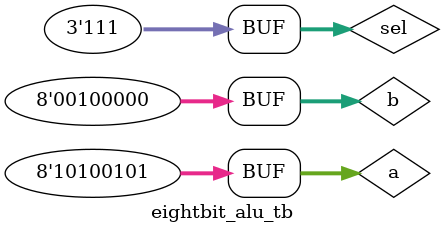
<source format=v>
module eightbit_alu(input[7:0] a, input[7:0] b, input[2:0] sel, output[7:0] f, output ovf, output take_branch);
	reg[7:0] f;
	reg ovf, take_branch;
	always @ (a, b, sel)
		case (sel)
			0: begin
				f=a+b; 
				ovf=(a[7]^f[7])&(b[7]^f[7]);
				take_branch=0;
			end
			1: begin
				f=~b;
				ovf=0;
				take_branch=0;
			end
                        2: begin
                                f=a&b;
                                ovf=0;
				take_branch=0;
                        end
                        3: begin
                                f=a|b;
                                ovf=0;
				take_branch=0;
                        end
                        4: begin
                                f= a>>>1;
                                ovf=0;
				take_branch=0;
                        end
                        5: begin
                                f= a<<1;
                                ovf=0;
				take_branch=0;
                        end
                        6: begin
                                f=0;
                                ovf=0;
				take_branch = (a==b) ? 1 : 0;
                        end
                        7: begin
                                f=0;
                                ovf=0;
				take_branch = (a==b) ? 0 : 1;
                        end
		endcase
endmodule

module eightbit_alu_tb;
	reg[7:0] a, b;
	reg[2:0] sel;
	wire[7:0] f;
	wire ovf, take_branch;
	
	eightbit_alu ebpl1 (a, b, sel, f, ovf, take_branch);

	initial begin
		$monitor("%d a=%b b=%b sel=%d f=%b ovf=%b take_branch=%b", $time, a, b, sel, f, ovf, take_branch);
		#10
		a=8'b00000000;
		b=8'b00000000;
		sel=3'b000;
	        #10
                a=8'b01111111;
                b=8'b01111111;
                sel=3'b000;
	        #10
                a=8'b11110000;
                b=8'b11110000;
                sel=3'b001;
	        #10
                a=8'b10101010;
                b=8'b10101010;
                sel=3'b010;
                #10
                a=8'b10101010;
                b=8'b00001111;
                sel=3'b011;
                #10
                a=8'b10100101;
                b=8'b00100000;
                sel=3'b111;
	end
endmodule

</source>
